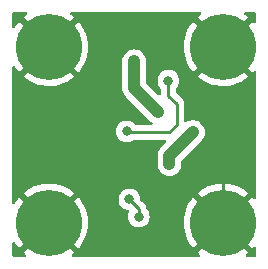
<source format=gbr>
%TF.GenerationSoftware,KiCad,Pcbnew,(6.0.6-0)*%
%TF.CreationDate,2022-09-05T22:58:31-07:00*%
%TF.ProjectId,5V converter,35562063-6f6e-4766-9572-7465722e6b69,rev?*%
%TF.SameCoordinates,Original*%
%TF.FileFunction,Copper,L2,Bot*%
%TF.FilePolarity,Positive*%
%FSLAX46Y46*%
G04 Gerber Fmt 4.6, Leading zero omitted, Abs format (unit mm)*
G04 Created by KiCad (PCBNEW (6.0.6-0)) date 2022-09-05 22:58:31*
%MOMM*%
%LPD*%
G01*
G04 APERTURE LIST*
%TA.AperFunction,ComponentPad*%
%ADD10C,5.600000*%
%TD*%
%TA.AperFunction,ViaPad*%
%ADD11C,0.800000*%
%TD*%
%TA.AperFunction,Conductor*%
%ADD12C,0.250000*%
%TD*%
%TA.AperFunction,Conductor*%
%ADD13C,1.000000*%
%TD*%
G04 APERTURE END LIST*
D10*
%TO.P,H4,1,1*%
%TO.N,GND*%
X108051600Y-51174850D03*
%TD*%
%TO.P,H3,1,1*%
%TO.N,GND*%
X108051600Y-66059250D03*
%TD*%
%TO.P,H2,1,1*%
%TO.N,GND*%
X93319600Y-66059250D03*
%TD*%
%TO.P,H1,1,1*%
%TO.N,GND*%
X93319600Y-51174850D03*
%TD*%
D11*
%TO.N,GND*%
X106730800Y-54680050D03*
X98399600Y-56610450D03*
X97688400Y-52902050D03*
X99517200Y-60064850D03*
X94843600Y-58439250D03*
X96672400Y-58337650D03*
%TO.N,VOUT*%
X105511600Y-58388450D03*
X103530400Y-61080850D03*
%TO.N,Net-(R4-Pad1)*%
X100126800Y-64078050D03*
X100939600Y-65551250D03*
%TO.N,Net-(C2-Pad1)*%
X99905898Y-58325605D03*
X103428800Y-54019650D03*
%TO.N,Net-(L1-Pad2)*%
X102565200Y-56661250D03*
X100533200Y-52394050D03*
%TD*%
D12*
%TO.N,GND*%
X94945200Y-58337650D02*
X94843600Y-58439250D01*
X106730800Y-54680050D02*
X106730800Y-55824446D01*
X106730800Y-55824446D02*
X108051600Y-57145246D01*
X108051600Y-57145246D02*
X108051600Y-66059250D01*
X98399600Y-56610450D02*
X98399600Y-57372450D01*
X98399600Y-57372450D02*
X97434400Y-58337650D01*
X97434400Y-58337650D02*
X97078800Y-58337650D01*
X97688400Y-55899250D02*
X98399600Y-56610450D01*
X97688400Y-52902050D02*
X97688400Y-55899250D01*
D13*
X96672400Y-58337650D02*
X95859600Y-58337650D01*
X98806000Y-60064850D02*
X99517200Y-60064850D01*
X98704400Y-59963250D02*
X98806000Y-60064850D01*
X95859600Y-58337650D02*
X94945200Y-58337650D01*
X95859600Y-58337650D02*
X97078800Y-58337650D01*
X97078800Y-58337650D02*
X98704400Y-59963250D01*
%TO.N,VOUT*%
X103530400Y-61080850D02*
X103530400Y-60369650D01*
X103530400Y-60369650D02*
X105511600Y-58388450D01*
D12*
%TO.N,Net-(R4-Pad1)*%
X100939600Y-64890850D02*
X100126800Y-64078050D01*
X100939600Y-65551250D02*
X100939600Y-64890850D01*
%TO.N,Net-(C2-Pad1)*%
X104140000Y-56000850D02*
X104140000Y-57778850D01*
X103428800Y-54019650D02*
X103428800Y-55289650D01*
X104089200Y-55950050D02*
X104140000Y-56000850D01*
X99968743Y-58388450D02*
X99905898Y-58325605D01*
X101803200Y-58388450D02*
X99968743Y-58388450D01*
X103428800Y-55289650D02*
X104089200Y-55950050D01*
X103530400Y-58388450D02*
X101803200Y-58388450D01*
X104140000Y-57778850D02*
X103530400Y-58388450D01*
D13*
%TO.N,Net-(L1-Pad2)*%
X102565200Y-56661250D02*
X100533200Y-54629250D01*
X100533200Y-54629250D02*
X100533200Y-52394050D01*
%TD*%
%TA.AperFunction,Conductor*%
%TO.N,GND*%
G36*
X91448836Y-48229702D02*
G01*
X91495329Y-48283358D01*
X91505433Y-48353632D01*
X91475939Y-48418212D01*
X91456719Y-48436196D01*
X91184008Y-48642446D01*
X91178811Y-48646837D01*
X91177572Y-48648005D01*
X91169550Y-48661712D01*
X91169586Y-48662554D01*
X91174637Y-48670676D01*
X93306790Y-50802830D01*
X93320731Y-50810442D01*
X93322566Y-50810311D01*
X93329180Y-50806060D01*
X95462398Y-48672841D01*
X95470012Y-48658897D01*
X95469944Y-48657939D01*
X95465436Y-48651122D01*
X95464018Y-48649915D01*
X95183122Y-48435930D01*
X95141054Y-48378738D01*
X95136585Y-48307882D01*
X95171133Y-48245859D01*
X95233729Y-48212359D01*
X95259476Y-48209700D01*
X106112715Y-48209700D01*
X106180836Y-48229702D01*
X106227329Y-48283358D01*
X106237433Y-48353632D01*
X106207939Y-48418212D01*
X106188719Y-48436196D01*
X105916008Y-48642446D01*
X105910811Y-48646837D01*
X105909572Y-48648005D01*
X105901550Y-48661712D01*
X105901586Y-48662554D01*
X105906637Y-48670676D01*
X108038790Y-50802830D01*
X108052731Y-50810442D01*
X108054566Y-50810311D01*
X108061180Y-50806060D01*
X110194398Y-48672841D01*
X110202012Y-48658897D01*
X110201944Y-48657939D01*
X110197436Y-48651122D01*
X110196018Y-48649915D01*
X109915122Y-48435930D01*
X109873054Y-48378738D01*
X109868585Y-48307882D01*
X109903133Y-48245859D01*
X109965729Y-48212359D01*
X109991476Y-48209700D01*
X110719100Y-48209700D01*
X110787221Y-48229702D01*
X110833714Y-48283358D01*
X110845100Y-48335700D01*
X110845100Y-49010943D01*
X110825098Y-49079064D01*
X110771442Y-49125557D01*
X110701168Y-49135661D01*
X110636588Y-49106167D01*
X110623004Y-49092439D01*
X110575164Y-49036029D01*
X110562340Y-49027593D01*
X110552016Y-49033645D01*
X108423620Y-51162040D01*
X108416008Y-51175981D01*
X108416139Y-51177816D01*
X108420390Y-51184430D01*
X110550609Y-53314648D01*
X110564205Y-53322073D01*
X110573816Y-53315373D01*
X110623575Y-53257524D01*
X110683161Y-53218923D01*
X110754157Y-53218664D01*
X110814023Y-53256830D01*
X110843751Y-53321303D01*
X110845100Y-53339689D01*
X110845100Y-63895343D01*
X110825098Y-63963464D01*
X110771442Y-64009957D01*
X110701168Y-64020061D01*
X110636588Y-63990567D01*
X110623004Y-63976839D01*
X110575164Y-63920429D01*
X110562340Y-63911993D01*
X110552016Y-63918045D01*
X108423620Y-66046440D01*
X108416008Y-66060381D01*
X108416139Y-66062216D01*
X108420390Y-66068830D01*
X110550609Y-68199048D01*
X110564205Y-68206473D01*
X110573816Y-68199773D01*
X110623575Y-68141924D01*
X110683161Y-68103323D01*
X110754157Y-68103064D01*
X110814023Y-68141230D01*
X110843751Y-68205703D01*
X110845100Y-68224089D01*
X110845100Y-68809100D01*
X110825098Y-68877221D01*
X110771442Y-68923714D01*
X110719100Y-68935100D01*
X110108489Y-68935100D01*
X110040368Y-68915098D01*
X109993875Y-68861442D01*
X109983771Y-68791168D01*
X110013265Y-68726588D01*
X110032836Y-68708340D01*
X110178333Y-68599099D01*
X110183558Y-68594714D01*
X110193213Y-68585678D01*
X110201282Y-68572000D01*
X110201254Y-68571274D01*
X110196112Y-68562973D01*
X108064410Y-66431270D01*
X108050469Y-66423658D01*
X108048634Y-66423789D01*
X108042020Y-66428040D01*
X105908374Y-68561687D01*
X105900760Y-68575631D01*
X105900837Y-68576720D01*
X105903298Y-68580457D01*
X106070998Y-68709138D01*
X106112865Y-68766476D01*
X106117087Y-68837347D01*
X106082323Y-68899250D01*
X106019610Y-68932531D01*
X105994294Y-68935100D01*
X95376489Y-68935100D01*
X95308368Y-68915098D01*
X95261875Y-68861442D01*
X95251771Y-68791168D01*
X95281265Y-68726588D01*
X95300836Y-68708340D01*
X95446333Y-68599099D01*
X95451558Y-68594714D01*
X95461213Y-68585678D01*
X95469282Y-68572000D01*
X95469254Y-68571274D01*
X95464112Y-68562973D01*
X93332410Y-66431270D01*
X93318469Y-66423658D01*
X93316634Y-66423789D01*
X93310020Y-66428040D01*
X91176374Y-68561687D01*
X91168760Y-68575631D01*
X91168837Y-68576720D01*
X91171298Y-68580457D01*
X91338998Y-68709138D01*
X91380865Y-68766476D01*
X91385087Y-68837347D01*
X91350323Y-68899250D01*
X91287610Y-68932531D01*
X91262294Y-68935100D01*
X90347300Y-68935100D01*
X90279179Y-68915098D01*
X90232686Y-68861442D01*
X90221300Y-68809100D01*
X90221300Y-67785333D01*
X90241302Y-67717212D01*
X90294958Y-67670719D01*
X90365232Y-67660615D01*
X90429812Y-67690109D01*
X90458860Y-67726763D01*
X90472404Y-67752560D01*
X90475886Y-67758402D01*
X90671930Y-68050146D01*
X90676033Y-68055590D01*
X90796025Y-68198086D01*
X90808764Y-68206529D01*
X90819208Y-68200431D01*
X92947580Y-66072060D01*
X92953957Y-66060381D01*
X93684008Y-66060381D01*
X93684139Y-66062216D01*
X93688390Y-66068830D01*
X95818609Y-68199048D01*
X95832205Y-68206473D01*
X95841818Y-68199772D01*
X95942118Y-68083162D01*
X95946276Y-68077764D01*
X96145362Y-67788090D01*
X96148910Y-67782279D01*
X96315542Y-67472809D01*
X96318449Y-67466631D01*
X96450690Y-67140963D01*
X96452904Y-67134533D01*
X96549198Y-66796487D01*
X96550705Y-66789857D01*
X96609932Y-66443368D01*
X96610712Y-66436628D01*
X96632268Y-66084175D01*
X96632384Y-66080573D01*
X96632453Y-66061069D01*
X96632361Y-66057444D01*
X96613266Y-65704865D01*
X96612531Y-65698099D01*
X96555730Y-65351235D01*
X96554263Y-65344563D01*
X96460336Y-65005877D01*
X96458162Y-64999413D01*
X96328198Y-64672828D01*
X96325342Y-64666648D01*
X96160869Y-64356013D01*
X96157369Y-64350187D01*
X95973119Y-64078050D01*
X99213296Y-64078050D01*
X99233258Y-64267978D01*
X99292273Y-64449606D01*
X99387760Y-64614994D01*
X99392178Y-64619901D01*
X99392179Y-64619902D01*
X99493160Y-64732053D01*
X99515547Y-64756916D01*
X99670048Y-64869168D01*
X99676076Y-64871852D01*
X99676078Y-64871853D01*
X99813114Y-64932865D01*
X99844512Y-64946844D01*
X100026700Y-64985569D01*
X100089172Y-65019297D01*
X100123494Y-65081447D01*
X100118766Y-65152286D01*
X100109623Y-65171812D01*
X100108379Y-65173967D01*
X100108377Y-65173971D01*
X100105073Y-65179694D01*
X100046058Y-65361322D01*
X100026096Y-65551250D01*
X100046058Y-65741178D01*
X100105073Y-65922806D01*
X100200560Y-66088194D01*
X100328347Y-66230116D01*
X100482848Y-66342368D01*
X100488876Y-66345052D01*
X100488878Y-66345053D01*
X100651281Y-66417359D01*
X100657312Y-66420044D01*
X100750712Y-66439897D01*
X100837656Y-66458378D01*
X100837661Y-66458378D01*
X100844113Y-66459750D01*
X101035087Y-66459750D01*
X101041539Y-66458378D01*
X101041544Y-66458378D01*
X101128488Y-66439897D01*
X101221888Y-66420044D01*
X101227919Y-66417359D01*
X101390322Y-66345053D01*
X101390324Y-66345052D01*
X101396352Y-66342368D01*
X101550853Y-66230116D01*
X101678640Y-66088194D01*
X101700067Y-66051082D01*
X104738933Y-66051082D01*
X104756717Y-66402143D01*
X104757427Y-66408899D01*
X104813020Y-66755973D01*
X104814459Y-66762628D01*
X104907208Y-67101660D01*
X104909357Y-67108121D01*
X105038181Y-67435162D01*
X105041012Y-67441345D01*
X105204403Y-67752560D01*
X105207886Y-67758402D01*
X105403930Y-68050146D01*
X105408033Y-68055590D01*
X105528025Y-68198086D01*
X105540764Y-68206529D01*
X105551208Y-68200431D01*
X107679580Y-66072060D01*
X107687192Y-66058119D01*
X107687061Y-66056284D01*
X107682810Y-66049670D01*
X105552592Y-63919453D01*
X105539055Y-63912061D01*
X105529353Y-63918849D01*
X105422030Y-64044507D01*
X105417896Y-64049914D01*
X105219815Y-64340291D01*
X105216297Y-64346101D01*
X105050734Y-64656172D01*
X105047859Y-64662337D01*
X104916755Y-64988468D01*
X104914562Y-64994908D01*
X104819446Y-65333294D01*
X104817963Y-65339929D01*
X104759950Y-65686604D01*
X104759191Y-65693376D01*
X104738957Y-66044287D01*
X104738933Y-66051082D01*
X101700067Y-66051082D01*
X101774127Y-65922806D01*
X101833142Y-65741178D01*
X101853104Y-65551250D01*
X101833142Y-65361322D01*
X101774127Y-65179694D01*
X101678640Y-65014306D01*
X101605310Y-64932864D01*
X101574593Y-64868857D01*
X101573196Y-64856468D01*
X101573100Y-64854942D01*
X101573100Y-64850994D01*
X101572596Y-64847003D01*
X101571663Y-64835161D01*
X101570523Y-64798886D01*
X101570274Y-64790961D01*
X101568062Y-64783347D01*
X101568061Y-64783342D01*
X101564623Y-64771509D01*
X101560612Y-64752145D01*
X101559067Y-64739914D01*
X101558074Y-64732053D01*
X101555157Y-64724686D01*
X101555156Y-64724681D01*
X101541798Y-64690942D01*
X101537954Y-64679715D01*
X101532905Y-64662337D01*
X101525618Y-64637257D01*
X101515307Y-64619822D01*
X101506612Y-64602074D01*
X101499152Y-64583233D01*
X101473164Y-64547463D01*
X101466648Y-64537543D01*
X101448180Y-64506315D01*
X101448178Y-64506312D01*
X101444142Y-64499488D01*
X101429821Y-64485167D01*
X101416980Y-64470133D01*
X101409731Y-64460156D01*
X101405072Y-64453743D01*
X101398967Y-64448692D01*
X101398962Y-64448687D01*
X101371002Y-64425556D01*
X101362224Y-64417569D01*
X101218911Y-64274256D01*
X101073922Y-64129268D01*
X101039897Y-64066955D01*
X101037707Y-64053342D01*
X101036779Y-64044507D01*
X101023635Y-63919453D01*
X101021032Y-63894685D01*
X101021032Y-63894683D01*
X101020342Y-63888122D01*
X100961327Y-63706494D01*
X100868730Y-63546112D01*
X105901550Y-63546112D01*
X105901586Y-63546954D01*
X105906637Y-63555076D01*
X108038790Y-65687230D01*
X108052731Y-65694842D01*
X108054566Y-65694711D01*
X108061180Y-65690460D01*
X110194398Y-63557241D01*
X110202012Y-63543297D01*
X110201944Y-63542339D01*
X110197436Y-63535522D01*
X110196018Y-63534315D01*
X109916413Y-63321314D01*
X109910787Y-63317490D01*
X109609814Y-63135931D01*
X109603802Y-63132734D01*
X109284970Y-62984737D01*
X109278670Y-62982217D01*
X108945729Y-62869523D01*
X108939151Y-62867687D01*
X108596017Y-62791617D01*
X108589278Y-62790501D01*
X108239910Y-62751930D01*
X108233129Y-62751551D01*
X107881615Y-62750937D01*
X107874842Y-62751292D01*
X107525320Y-62788645D01*
X107518610Y-62789732D01*
X107175186Y-62864611D01*
X107168611Y-62866422D01*
X106835283Y-62977952D01*
X106828961Y-62980455D01*
X106509634Y-63127329D01*
X106503591Y-63130515D01*
X106202001Y-63311013D01*
X106196355Y-63314821D01*
X105916008Y-63526846D01*
X105910811Y-63531237D01*
X105909572Y-63532405D01*
X105901550Y-63546112D01*
X100868730Y-63546112D01*
X100865840Y-63541106D01*
X100859726Y-63534315D01*
X100742475Y-63404095D01*
X100742474Y-63404094D01*
X100738053Y-63399184D01*
X100583552Y-63286932D01*
X100577524Y-63284248D01*
X100577522Y-63284247D01*
X100415119Y-63211941D01*
X100415118Y-63211941D01*
X100409088Y-63209256D01*
X100315687Y-63189403D01*
X100228744Y-63170922D01*
X100228739Y-63170922D01*
X100222287Y-63169550D01*
X100031313Y-63169550D01*
X100024861Y-63170922D01*
X100024856Y-63170922D01*
X99937913Y-63189403D01*
X99844512Y-63209256D01*
X99838482Y-63211941D01*
X99838481Y-63211941D01*
X99676078Y-63284247D01*
X99676076Y-63284248D01*
X99670048Y-63286932D01*
X99515547Y-63399184D01*
X99511126Y-63404094D01*
X99511125Y-63404095D01*
X99393875Y-63534315D01*
X99387760Y-63541106D01*
X99292273Y-63706494D01*
X99233258Y-63888122D01*
X99232568Y-63894683D01*
X99232568Y-63894685D01*
X99222491Y-63990567D01*
X99213296Y-64078050D01*
X95973119Y-64078050D01*
X95960297Y-64059112D01*
X95956190Y-64053703D01*
X95843165Y-63920429D01*
X95830340Y-63911993D01*
X95820016Y-63918045D01*
X93691620Y-66046440D01*
X93684008Y-66060381D01*
X92953957Y-66060381D01*
X92955192Y-66058119D01*
X92955061Y-66056284D01*
X92950810Y-66049670D01*
X90820592Y-63919453D01*
X90807055Y-63912061D01*
X90797353Y-63918849D01*
X90690030Y-64044507D01*
X90685896Y-64049914D01*
X90487815Y-64340291D01*
X90484297Y-64346101D01*
X90458448Y-64394511D01*
X90408718Y-64445181D01*
X90339488Y-64460921D01*
X90272738Y-64436734D01*
X90229662Y-64380299D01*
X90221300Y-64335163D01*
X90221300Y-63546112D01*
X91169550Y-63546112D01*
X91169586Y-63546954D01*
X91174637Y-63555076D01*
X93306790Y-65687230D01*
X93320731Y-65694842D01*
X93322566Y-65694711D01*
X93329180Y-65690460D01*
X95462398Y-63557241D01*
X95470012Y-63543297D01*
X95469944Y-63542339D01*
X95465436Y-63535522D01*
X95464018Y-63534315D01*
X95184413Y-63321314D01*
X95178787Y-63317490D01*
X94877814Y-63135931D01*
X94871802Y-63132734D01*
X94552970Y-62984737D01*
X94546670Y-62982217D01*
X94213729Y-62869523D01*
X94207151Y-62867687D01*
X93864017Y-62791617D01*
X93857278Y-62790501D01*
X93507910Y-62751930D01*
X93501129Y-62751551D01*
X93149615Y-62750937D01*
X93142842Y-62751292D01*
X92793320Y-62788645D01*
X92786610Y-62789732D01*
X92443186Y-62864611D01*
X92436611Y-62866422D01*
X92103283Y-62977952D01*
X92096961Y-62980455D01*
X91777634Y-63127329D01*
X91771591Y-63130515D01*
X91470001Y-63311013D01*
X91464355Y-63314821D01*
X91184008Y-63526846D01*
X91178811Y-63531237D01*
X91177572Y-63532405D01*
X91169550Y-63546112D01*
X90221300Y-63546112D01*
X90221300Y-58325605D01*
X98992394Y-58325605D01*
X99012356Y-58515533D01*
X99071371Y-58697161D01*
X99166858Y-58862549D01*
X99294645Y-59004471D01*
X99449146Y-59116723D01*
X99455174Y-59119407D01*
X99455176Y-59119408D01*
X99559559Y-59165882D01*
X99623610Y-59194399D01*
X99717010Y-59214252D01*
X99803954Y-59232733D01*
X99803959Y-59232733D01*
X99810411Y-59234105D01*
X100001385Y-59234105D01*
X100007837Y-59232733D01*
X100007842Y-59232733D01*
X100094786Y-59214252D01*
X100188186Y-59194399D01*
X100252237Y-59165882D01*
X100356620Y-59119408D01*
X100356622Y-59119407D01*
X100362650Y-59116723D01*
X100428945Y-59068557D01*
X100459972Y-59046014D01*
X100526839Y-59022156D01*
X100534033Y-59021950D01*
X103147676Y-59021950D01*
X103215797Y-59041952D01*
X103262290Y-59095608D01*
X103272394Y-59165882D01*
X103242900Y-59230462D01*
X103236771Y-59237045D01*
X102861021Y-59612795D01*
X102850878Y-59621897D01*
X102821375Y-59645618D01*
X102817408Y-59650346D01*
X102789109Y-59684071D01*
X102785928Y-59687719D01*
X102784285Y-59689531D01*
X102782091Y-59691725D01*
X102754758Y-59724999D01*
X102754096Y-59725797D01*
X102694246Y-59797124D01*
X102691678Y-59801794D01*
X102688297Y-59805911D01*
X102657260Y-59863795D01*
X102644423Y-59887736D01*
X102643794Y-59888895D01*
X102601938Y-59965031D01*
X102601935Y-59965039D01*
X102598967Y-59970437D01*
X102597355Y-59975519D01*
X102594838Y-59980213D01*
X102567638Y-60069181D01*
X102567318Y-60070209D01*
X102539165Y-60158956D01*
X102538571Y-60164252D01*
X102537013Y-60169348D01*
X102536390Y-60175484D01*
X102527618Y-60261837D01*
X102527489Y-60263043D01*
X102521900Y-60312877D01*
X102521900Y-60316404D01*
X102521845Y-60317389D01*
X102521398Y-60323069D01*
X102517026Y-60366112D01*
X102517606Y-60372243D01*
X102521341Y-60411759D01*
X102521900Y-60423617D01*
X102521900Y-61130619D01*
X102522200Y-61133675D01*
X102522200Y-61133682D01*
X102522930Y-61141123D01*
X102536320Y-61277683D01*
X102593484Y-61467019D01*
X102686334Y-61641646D01*
X102756691Y-61727912D01*
X102807440Y-61790137D01*
X102807443Y-61790140D01*
X102811335Y-61794912D01*
X102816082Y-61798839D01*
X102816084Y-61798841D01*
X102958975Y-61917051D01*
X102958979Y-61917053D01*
X102963725Y-61920980D01*
X103137699Y-62015048D01*
X103326632Y-62073532D01*
X103332757Y-62074176D01*
X103332758Y-62074176D01*
X103517196Y-62093561D01*
X103517198Y-62093561D01*
X103523325Y-62094205D01*
X103605824Y-62086697D01*
X103714149Y-62076839D01*
X103714152Y-62076838D01*
X103720288Y-62076280D01*
X103726194Y-62074542D01*
X103726198Y-62074541D01*
X103831324Y-62043601D01*
X103910019Y-62020440D01*
X103915477Y-62017587D01*
X103915481Y-62017585D01*
X104006253Y-61970130D01*
X104085290Y-61928810D01*
X104239425Y-61804882D01*
X104366554Y-61653376D01*
X104369521Y-61647978D01*
X104369525Y-61647973D01*
X104458867Y-61485458D01*
X104461833Y-61480063D01*
X104464246Y-61472458D01*
X104519773Y-61297414D01*
X104519773Y-61297413D01*
X104521635Y-61291544D01*
X104538900Y-61137623D01*
X104538900Y-60839575D01*
X104558902Y-60771454D01*
X104575805Y-60750480D01*
X106257727Y-59068557D01*
X106259909Y-59066375D01*
X106279971Y-59041952D01*
X106314792Y-58999560D01*
X106353703Y-58952189D01*
X106447162Y-58777887D01*
X106470094Y-58702884D01*
X106503186Y-58594646D01*
X106504988Y-58588752D01*
X106505611Y-58582620D01*
X106524352Y-58398116D01*
X106524352Y-58398111D01*
X106524974Y-58391988D01*
X106506361Y-58195088D01*
X106449859Y-58005554D01*
X106357618Y-57830603D01*
X106233153Y-57676903D01*
X106137025Y-57596812D01*
X106085938Y-57554248D01*
X106085937Y-57554247D01*
X106081204Y-57550304D01*
X105907559Y-57455628D01*
X105784631Y-57417105D01*
X105724714Y-57398328D01*
X105724711Y-57398327D01*
X105718832Y-57396485D01*
X105712709Y-57395820D01*
X105712705Y-57395819D01*
X105528337Y-57375791D01*
X105528333Y-57375791D01*
X105522212Y-57375126D01*
X105325187Y-57392363D01*
X105319270Y-57394082D01*
X105319265Y-57394083D01*
X105235302Y-57418477D01*
X105135264Y-57447541D01*
X104959674Y-57538558D01*
X104958665Y-57536611D01*
X104900118Y-57554113D01*
X104831900Y-57534446D01*
X104785144Y-57481019D01*
X104773500Y-57428115D01*
X104773500Y-56079617D01*
X104774027Y-56068434D01*
X104775702Y-56060941D01*
X104773562Y-55992864D01*
X104773500Y-55988905D01*
X104773500Y-55960994D01*
X104772995Y-55956994D01*
X104772062Y-55945151D01*
X104770922Y-55908880D01*
X104770673Y-55900961D01*
X104765021Y-55881507D01*
X104761013Y-55862150D01*
X104759468Y-55849920D01*
X104759468Y-55849919D01*
X104758474Y-55842053D01*
X104755555Y-55834680D01*
X104742196Y-55800938D01*
X104738351Y-55789708D01*
X104728229Y-55754867D01*
X104728229Y-55754866D01*
X104726018Y-55747257D01*
X104721985Y-55740438D01*
X104721983Y-55740433D01*
X104715707Y-55729822D01*
X104707012Y-55712074D01*
X104699552Y-55693233D01*
X104673564Y-55657463D01*
X104667048Y-55647543D01*
X104648580Y-55616315D01*
X104648578Y-55616312D01*
X104644542Y-55609488D01*
X104630218Y-55595164D01*
X104617383Y-55580137D01*
X104605472Y-55563743D01*
X104599364Y-55558690D01*
X104599361Y-55558687D01*
X104571409Y-55535563D01*
X104562630Y-55527574D01*
X104508993Y-55473937D01*
X104508977Y-55473922D01*
X104508970Y-55473915D01*
X104508966Y-55473912D01*
X104310593Y-55275539D01*
X104099204Y-55064149D01*
X104065179Y-55001837D01*
X104062300Y-54975054D01*
X104062300Y-54722174D01*
X104082302Y-54654053D01*
X104094658Y-54637871D01*
X104167840Y-54556594D01*
X104231572Y-54446207D01*
X104260023Y-54396929D01*
X104260024Y-54396928D01*
X104263327Y-54391206D01*
X104322342Y-54209578D01*
X104342304Y-54019650D01*
X104322342Y-53829722D01*
X104277343Y-53691231D01*
X105900760Y-53691231D01*
X105900837Y-53692320D01*
X105903298Y-53696056D01*
X106177232Y-53906254D01*
X106182862Y-53910109D01*
X106483191Y-54092712D01*
X106489193Y-54095930D01*
X106807497Y-54245034D01*
X106813802Y-54247582D01*
X107146343Y-54361437D01*
X107152913Y-54363296D01*
X107495783Y-54440564D01*
X107502512Y-54441703D01*
X107851743Y-54481493D01*
X107858533Y-54481896D01*
X108210019Y-54483736D01*
X108216820Y-54483404D01*
X108566453Y-54447273D01*
X108573181Y-54446207D01*
X108916874Y-54372526D01*
X108923422Y-54370747D01*
X109257149Y-54260377D01*
X109263491Y-54257891D01*
X109583318Y-54112138D01*
X109589377Y-54108971D01*
X109891595Y-53929526D01*
X109897259Y-53925734D01*
X110178332Y-53714699D01*
X110183558Y-53710314D01*
X110193213Y-53701278D01*
X110201282Y-53687600D01*
X110201254Y-53686874D01*
X110196112Y-53678573D01*
X108064410Y-51546870D01*
X108050469Y-51539258D01*
X108048634Y-51539389D01*
X108042020Y-51543640D01*
X105908374Y-53677287D01*
X105900760Y-53691231D01*
X104277343Y-53691231D01*
X104263327Y-53648094D01*
X104167840Y-53482706D01*
X104040053Y-53340784D01*
X103885552Y-53228532D01*
X103879524Y-53225848D01*
X103879522Y-53225847D01*
X103717119Y-53153541D01*
X103717118Y-53153541D01*
X103711088Y-53150856D01*
X103617688Y-53131003D01*
X103530744Y-53112522D01*
X103530739Y-53112522D01*
X103524287Y-53111150D01*
X103333313Y-53111150D01*
X103326861Y-53112522D01*
X103326856Y-53112522D01*
X103239913Y-53131003D01*
X103146512Y-53150856D01*
X103140482Y-53153541D01*
X103140481Y-53153541D01*
X102978078Y-53225847D01*
X102978076Y-53225848D01*
X102972048Y-53228532D01*
X102817547Y-53340784D01*
X102689760Y-53482706D01*
X102594273Y-53648094D01*
X102535258Y-53829722D01*
X102515296Y-54019650D01*
X102535258Y-54209578D01*
X102594273Y-54391206D01*
X102597576Y-54396928D01*
X102597577Y-54396929D01*
X102626028Y-54446207D01*
X102689760Y-54556594D01*
X102762937Y-54637865D01*
X102793653Y-54701871D01*
X102795300Y-54722174D01*
X102795300Y-55160925D01*
X102775298Y-55229046D01*
X102721642Y-55275539D01*
X102651368Y-55285643D01*
X102586788Y-55256149D01*
X102580205Y-55250020D01*
X101578605Y-54248421D01*
X101544580Y-54186109D01*
X101541700Y-54159326D01*
X101541700Y-52344281D01*
X101541014Y-52337277D01*
X101533099Y-52256563D01*
X101527280Y-52197217D01*
X101470116Y-52007881D01*
X101377266Y-51833254D01*
X101306909Y-51746988D01*
X101256160Y-51684763D01*
X101256157Y-51684760D01*
X101252265Y-51679988D01*
X101245924Y-51674742D01*
X101104625Y-51557849D01*
X101104621Y-51557847D01*
X101099875Y-51553920D01*
X100925901Y-51459852D01*
X100736968Y-51401368D01*
X100730843Y-51400724D01*
X100730842Y-51400724D01*
X100546404Y-51381339D01*
X100546402Y-51381339D01*
X100540275Y-51380695D01*
X100457776Y-51388203D01*
X100349451Y-51398061D01*
X100349448Y-51398062D01*
X100343312Y-51398620D01*
X100337406Y-51400358D01*
X100337402Y-51400359D01*
X100232276Y-51431299D01*
X100153581Y-51454460D01*
X100148123Y-51457313D01*
X100148119Y-51457315D01*
X100057347Y-51504770D01*
X99978310Y-51546090D01*
X99824175Y-51670018D01*
X99697046Y-51821524D01*
X99694079Y-51826922D01*
X99694075Y-51826927D01*
X99647259Y-51912087D01*
X99601767Y-51994837D01*
X99599906Y-52000704D01*
X99599905Y-52000706D01*
X99543827Y-52177486D01*
X99541965Y-52183356D01*
X99524700Y-52337277D01*
X99524700Y-54567407D01*
X99523963Y-54581014D01*
X99519876Y-54618638D01*
X99520413Y-54624773D01*
X99524250Y-54668638D01*
X99524579Y-54673464D01*
X99524700Y-54675936D01*
X99524700Y-54679019D01*
X99525001Y-54682087D01*
X99528890Y-54721756D01*
X99529012Y-54723069D01*
X99537113Y-54815663D01*
X99538600Y-54820782D01*
X99539120Y-54826083D01*
X99565991Y-54915084D01*
X99566326Y-54916217D01*
X99592291Y-55005586D01*
X99594744Y-55010318D01*
X99596284Y-55015419D01*
X99599178Y-55020862D01*
X99639931Y-55097510D01*
X99640543Y-55098676D01*
X99683308Y-55181176D01*
X99686631Y-55185339D01*
X99689134Y-55190046D01*
X99747955Y-55262168D01*
X99748646Y-55263024D01*
X99779938Y-55302223D01*
X99782442Y-55304727D01*
X99783084Y-55305445D01*
X99786785Y-55309778D01*
X99814135Y-55343312D01*
X99818882Y-55347239D01*
X99818884Y-55347241D01*
X99849462Y-55372537D01*
X99858242Y-55380527D01*
X101887275Y-57409559D01*
X101889652Y-57411512D01*
X101889657Y-57411516D01*
X101898132Y-57418477D01*
X102001461Y-57503353D01*
X102028604Y-57517907D01*
X102079186Y-57567725D01*
X102094805Y-57636982D01*
X102070501Y-57703689D01*
X102013991Y-57746667D01*
X101969061Y-57754950D01*
X100670684Y-57754950D01*
X100602563Y-57734948D01*
X100577048Y-57713261D01*
X100521566Y-57651642D01*
X100521564Y-57651641D01*
X100517151Y-57646739D01*
X100495569Y-57631059D01*
X100367992Y-57538368D01*
X100367991Y-57538367D01*
X100362650Y-57534487D01*
X100356622Y-57531803D01*
X100356620Y-57531802D01*
X100194217Y-57459496D01*
X100194216Y-57459496D01*
X100188186Y-57456811D01*
X100094786Y-57436958D01*
X100007842Y-57418477D01*
X100007837Y-57418477D01*
X100001385Y-57417105D01*
X99810411Y-57417105D01*
X99803959Y-57418477D01*
X99803954Y-57418477D01*
X99717010Y-57436958D01*
X99623610Y-57456811D01*
X99617580Y-57459496D01*
X99617579Y-57459496D01*
X99455176Y-57531802D01*
X99455174Y-57531803D01*
X99449146Y-57534487D01*
X99443805Y-57538367D01*
X99443804Y-57538368D01*
X99427376Y-57550304D01*
X99294645Y-57646739D01*
X99290224Y-57651649D01*
X99290223Y-57651650D01*
X99204670Y-57746667D01*
X99166858Y-57788661D01*
X99071371Y-57954049D01*
X99012356Y-58135677D01*
X98992394Y-58325605D01*
X90221300Y-58325605D01*
X90221300Y-53691231D01*
X91168760Y-53691231D01*
X91168837Y-53692320D01*
X91171298Y-53696056D01*
X91445232Y-53906254D01*
X91450862Y-53910109D01*
X91751191Y-54092712D01*
X91757193Y-54095930D01*
X92075497Y-54245034D01*
X92081802Y-54247582D01*
X92414343Y-54361437D01*
X92420913Y-54363296D01*
X92763783Y-54440564D01*
X92770512Y-54441703D01*
X93119743Y-54481493D01*
X93126533Y-54481896D01*
X93478019Y-54483736D01*
X93484820Y-54483404D01*
X93834453Y-54447273D01*
X93841181Y-54446207D01*
X94184874Y-54372526D01*
X94191422Y-54370747D01*
X94525149Y-54260377D01*
X94531491Y-54257891D01*
X94851318Y-54112138D01*
X94857377Y-54108971D01*
X95159595Y-53929526D01*
X95165259Y-53925734D01*
X95446332Y-53714699D01*
X95451558Y-53710314D01*
X95461213Y-53701278D01*
X95469282Y-53687600D01*
X95469254Y-53686874D01*
X95464112Y-53678573D01*
X93332410Y-51546870D01*
X93318469Y-51539258D01*
X93316634Y-51539389D01*
X93310020Y-51543640D01*
X91176374Y-53677287D01*
X91168760Y-53691231D01*
X90221300Y-53691231D01*
X90221300Y-52900933D01*
X90241302Y-52832812D01*
X90294958Y-52786319D01*
X90365232Y-52776215D01*
X90429812Y-52805709D01*
X90458860Y-52842363D01*
X90472404Y-52868160D01*
X90475886Y-52874002D01*
X90671930Y-53165746D01*
X90676033Y-53171190D01*
X90796025Y-53313686D01*
X90808764Y-53322129D01*
X90819208Y-53316031D01*
X92947580Y-51187660D01*
X92953957Y-51175981D01*
X93684008Y-51175981D01*
X93684139Y-51177816D01*
X93688390Y-51184430D01*
X95818609Y-53314648D01*
X95832205Y-53322073D01*
X95841818Y-53315372D01*
X95942118Y-53198762D01*
X95946276Y-53193364D01*
X96145362Y-52903690D01*
X96148910Y-52897879D01*
X96315542Y-52588409D01*
X96318449Y-52582231D01*
X96450690Y-52256563D01*
X96452904Y-52250133D01*
X96549198Y-51912087D01*
X96550705Y-51905457D01*
X96609932Y-51558968D01*
X96610712Y-51552228D01*
X96632268Y-51199775D01*
X96632384Y-51196173D01*
X96632453Y-51176669D01*
X96632361Y-51173044D01*
X96632016Y-51166682D01*
X104738933Y-51166682D01*
X104756717Y-51517743D01*
X104757427Y-51524499D01*
X104813020Y-51871573D01*
X104814459Y-51878228D01*
X104907208Y-52217260D01*
X104909357Y-52223721D01*
X105038181Y-52550762D01*
X105041012Y-52556945D01*
X105204403Y-52868160D01*
X105207886Y-52874002D01*
X105403930Y-53165746D01*
X105408033Y-53171190D01*
X105528025Y-53313686D01*
X105540764Y-53322129D01*
X105551208Y-53316031D01*
X107679580Y-51187660D01*
X107687192Y-51173719D01*
X107687061Y-51171884D01*
X107682810Y-51165270D01*
X105552592Y-49035053D01*
X105539055Y-49027661D01*
X105529353Y-49034449D01*
X105422030Y-49160107D01*
X105417896Y-49165514D01*
X105219815Y-49455891D01*
X105216297Y-49461701D01*
X105050734Y-49771772D01*
X105047859Y-49777937D01*
X104916755Y-50104068D01*
X104914562Y-50110508D01*
X104819446Y-50448894D01*
X104817963Y-50455529D01*
X104759950Y-50802204D01*
X104759191Y-50808976D01*
X104738957Y-51159887D01*
X104738933Y-51166682D01*
X96632016Y-51166682D01*
X96613266Y-50820465D01*
X96612531Y-50813699D01*
X96555730Y-50466835D01*
X96554263Y-50460163D01*
X96460336Y-50121477D01*
X96458162Y-50115013D01*
X96328198Y-49788428D01*
X96325342Y-49782248D01*
X96160869Y-49471613D01*
X96157369Y-49465787D01*
X95960297Y-49174712D01*
X95956190Y-49169303D01*
X95843165Y-49036029D01*
X95830340Y-49027593D01*
X95820016Y-49033645D01*
X93691620Y-51162040D01*
X93684008Y-51175981D01*
X92953957Y-51175981D01*
X92955192Y-51173719D01*
X92955061Y-51171884D01*
X92950810Y-51165270D01*
X90820592Y-49035053D01*
X90807055Y-49027661D01*
X90797353Y-49034449D01*
X90690030Y-49160107D01*
X90685896Y-49165514D01*
X90487815Y-49455891D01*
X90484297Y-49461701D01*
X90458448Y-49510111D01*
X90408718Y-49560781D01*
X90339488Y-49576521D01*
X90272738Y-49552334D01*
X90229662Y-49495899D01*
X90221300Y-49450763D01*
X90221300Y-48335700D01*
X90241302Y-48267579D01*
X90294958Y-48221086D01*
X90347300Y-48209700D01*
X91380715Y-48209700D01*
X91448836Y-48229702D01*
G37*
%TD.AperFunction*%
%TD*%
M02*

</source>
